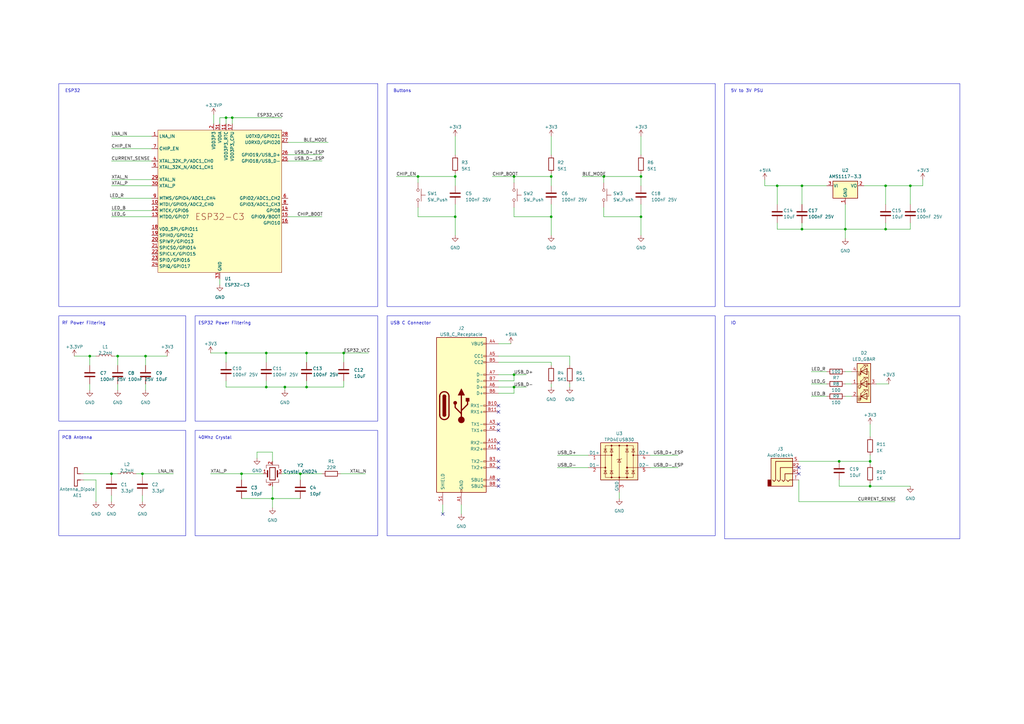
<source format=kicad_sch>
(kicad_sch (version 20230121) (generator eeschema)
  (paper "A3")
  (lib_symbols
    (symbol "Connector:AudioJack4"
      (property "Reference" "J" (at 0 8.89 0))
      (property "Value" "AudioJack4" (at 0 6.35 0))
      (symbol "AudioJack4_0_1"
        (rectangle (start -6.35 -5.08) (end -7.62 -7.62) (stroke (width 0.254)) (fill (type outline)))
        (polyline (pts (xy 0 -5.08) (xy 0.635 -5.715) (xy 1.27 -5.08) (xy 2.54 -5.08)) (stroke (width 0.254)))
        (polyline (pts (xy -5.715 -5.08) (xy -5.08 -5.715) (xy -4.445 -5.08) (xy -4.445 2.54) (xy 2.54 2.54)) (stroke (width 0.254)))
        (polyline (pts (xy -1.905 -5.08) (xy -1.27 -5.715) (xy -0.635 -5.08) (xy -0.635 -2.54) (xy 2.54 -2.54)) (stroke (width 0.254)))
        (polyline (pts (xy 2.54 0) (xy -2.54 0) (xy -2.54 -5.08) (xy -3.175 -5.715) (xy -3.81 -5.08)) (stroke (width 0.254)))
        (rectangle (start 2.54 3.81) (end -6.35 -7.62) (stroke (width 0.254)) (fill (type background)))
      )
      (symbol "AudioJack4_1_1"
        (pin passive line (at 5.08 -2.54 180) (length 2.54) (name "~") (number "R1"))
        (pin passive line (at 5.08 0 180) (length 2.54) (name "~") (number "R2"))
        (pin passive line (at 5.08 2.54 180) (length 2.54) (name "~") (number "S"))
        (pin passive line (at 5.08 -5.08 180) (length 2.54) (name "~") (number "T"))
      )
    )
    (symbol "Connector:USB_C_Receptacle" (pin_names (offset 1.016))
      (property "Reference" "J2" (at 0 31.75 0))
      (property "Value" "USB_C_Receptacle" (at 0 29.21 0))
      (symbol "USB_C_Receptacle_0_0"
        (rectangle (start -0.254 -35.56) (end 0.254 -34.544))
        (rectangle (start 10.16 -32.766) (end 9.144 -33.274))
        (rectangle (start 10.16 -30.226) (end 9.144 -30.734))
        (rectangle (start 10.16 -25.146) (end 9.144 -25.654))
        (rectangle (start 10.16 -22.606) (end 9.144 -23.114))
        (rectangle (start 10.16 -17.526) (end 9.144 -18.034))
        (rectangle (start 10.16 -14.986) (end 9.144 -15.494))
        (rectangle (start 10.16 -9.906) (end 9.144 -10.414))
        (rectangle (start 10.16 -7.366) (end 9.144 -7.874))
        (rectangle (start 10.16 -2.286) (end 9.144 -2.794))
        (rectangle (start 10.16 0.254) (end 9.144 -0.254))
        (rectangle (start 10.16 5.334) (end 9.144 4.826))
        (rectangle (start 10.16 7.874) (end 9.144 7.366))
        (rectangle (start 10.16 10.414) (end 9.144 9.906))
        (rectangle (start 10.16 12.954) (end 9.144 12.446))
        (rectangle (start 10.16 18.034) (end 9.144 17.526))
        (rectangle (start 10.16 20.574) (end 9.144 20.066))
        (rectangle (start 10.16 25.654) (end 9.144 25.146))
      )
      (symbol "USB_C_Receptacle_0_1"
        (rectangle (start -10.16 27.94) (end 10.16 -35.56) (stroke (width 0.254)) (fill (type background)))
        (arc (start -8.89 -3.81) (mid -6.985 -5.7067) (end -5.08 -3.81) (stroke (width 0.508)))
        (arc (start -7.62 -3.81) (mid -6.985 -4.4423) (end -6.35 -3.81) (stroke (width 0.254)))
        (arc (start -7.62 -3.81) (mid -6.985 -4.4423) (end -6.35 -3.81) (stroke (width 0.254)) (fill (type outline)))
        (rectangle (start -7.62 -3.81) (end -6.35 3.81) (stroke (width 0.254)) (fill (type outline)))
        (arc (start -6.35 3.81) (mid -6.985 4.4423) (end -7.62 3.81) (stroke (width 0.254)))
        (arc (start -6.35 3.81) (mid -6.985 4.4423) (end -7.62 3.81) (stroke (width 0.254)) (fill (type outline)))
        (arc (start -5.08 3.81) (mid -6.985 5.7067) (end -8.89 3.81) (stroke (width 0.508)))
        (polyline (pts (xy -8.89 -3.81) (xy -8.89 3.81)) (stroke (width 0.508)))
        (polyline (pts (xy -5.08 3.81) (xy -5.08 -3.81)) (stroke (width 0.508)))
      )
      (symbol "USB_C_Receptacle_1_1"
        (circle (center -2.54 1.143) (radius 0.635) (stroke (width 0.254)) (fill (type outline)))
        (circle (center 0 -5.842) (radius 1.27) (fill (type outline)))
        (polyline (pts (xy 0 -5.842) (xy 0 4.318)) (stroke (width 0.508)))
        (polyline (pts (xy 0 -3.302) (xy -2.54 -0.762) (xy -2.54 0.508)) (stroke (width 0.508)))
        (polyline (pts (xy 0 -2.032) (xy 2.54 0.508) (xy 2.54 1.778)) (stroke (width 0.508)))
        (polyline (pts (xy -1.27 4.318) (xy 0 6.858) (xy 1.27 4.318) (xy -1.27 4.318)) (stroke (width 0.254)) (fill (type outline)))
        (rectangle (start 1.905 1.778) (end 3.175 3.048) (stroke (width 0.254)) (fill (type outline)))
        (pin passive line (at 0 -40.64 90) (length 5.08) (name "GND") (number "A1"))
        (pin bidirectional line (at 15.24 -15.24 180) (length 5.08) (name "RX2-") (number "A10"))
        (pin bidirectional line (at 15.24 -17.78 180) (length 5.08) (name "RX2+") (number "A11"))
        (pin passive line (at 0 -40.64 90) (length 5.08) hide (name "GND") (number "A12"))
        (pin bidirectional line (at 15.24 -10.16 180) (length 5.08) (name "TX1+") (number "A2"))
        (pin bidirectional line (at 15.24 -7.62 180) (length 5.08) (name "TX1-") (number "A3"))
        (pin passive line (at 15.24 25.4 180) (length 5.08) (name "VBUS") (number "A4"))
        (pin bidirectional line (at 15.24 20.32 180) (length 5.08) (name "CC1") (number "A5"))
        (pin bidirectional line (at 15.24 7.62 180) (length 5.08) (name "D+") (number "A6"))
        (pin bidirectional line (at 15.24 12.7 180) (length 5.08) (name "D-") (number "A7"))
        (pin bidirectional line (at 15.24 -30.48 180) (length 5.08) (name "SBU1") (number "A8"))
        (pin passive line (at 15.24 25.4 180) (length 5.08) hide (name "VBUS") (number "A9"))
        (pin passive line (at 0 -40.64 90) (length 5.08) hide (name "GND") (number "B1"))
        (pin bidirectional line (at 15.24 0 180) (length 5.08) (name "RX1-") (number "B10"))
        (pin bidirectional line (at 15.24 -2.54 180) (length 5.08) (name "RX1+") (number "B11"))
        (pin passive line (at 0 -40.64 90) (length 5.08) hide (name "GND") (number "B12"))
        (pin bidirectional line (at 15.24 -25.4 180) (length 5.08) (name "TX2+") (number "B2"))
        (pin bidirectional line (at 15.24 -22.86 180) (length 5.08) (name "TX2-") (number "B3"))
        (pin passive line (at 15.24 25.4 180) (length 5.08) hide (name "VBUS") (number "B4"))
        (pin bidirectional line (at 15.24 17.78 180) (length 5.08) (name "CC2") (number "B5"))
        (pin bidirectional line (at 15.24 5.08 180) (length 5.08) (name "D+") (number "B6"))
        (pin bidirectional line (at 15.24 10.16 180) (length 5.08) (name "D-") (number "B7"))
        (pin bidirectional line (at 15.24 -33.02 180) (length 5.08) (name "SBU2") (number "B8"))
        (pin passive line (at 15.24 25.4 180) (length 5.08) hide (name "VBUS") (number "B9"))
        (pin passive line (at -7.62 -40.64 90) (length 5.08) (name "SHIELD") (number "S1"))
      )
    )
    (symbol "Device:Antenna_Dipole" (pin_numbers hide) (pin_names (offset 1.016) hide)
      (property "Reference" "AE" (at 1.27 1.27 0))
      (property "Value" "Antenna_Dipole" (at 1.27 0 0))
      (symbol "Antenna_Dipole_0_1"
        (polyline (pts (xy 2.54 -3.81) (xy 2.54 -2.54) (xy 5.08 -2.54) (xy 5.08 -1.27) (xy -2.54 -1.27) (xy -2.54 -2.54) (xy 0 -2.54) (xy 0 -3.81)) (stroke (width 0.254)))
      )
      (symbol "Antenna_Dipole_1_1"
        (pin input line (at 0 -5.08 90) (length 2.54) (name "~") (number "1"))
        (pin input line (at 2.54 -5.08 90) (length 2.54) (name "~") (number "2"))
      )
    )
    (symbol "Device:C" (pin_numbers hide) (pin_names (offset 0.254))
      (property "Reference" "C" (at 0.635 2.54 0))
      (property "Value" "C" (at 0.635 -2.54 0))
      (symbol "C_0_1"
        (polyline (pts (xy -2.032 -0.762) (xy 2.032 -0.762)) (stroke (width 0.508)))
        (polyline (pts (xy -2.032 0.762) (xy 2.032 0.762)) (stroke (width 0.508)))
      )
      (symbol "C_1_1"
        (pin passive line (at 0 3.81 270) (length 2.794) (name "~") (number "1"))
        (pin passive line (at 0 -3.81 90) (length 2.794) (name "~") (number "2"))
      )
    )
    (symbol "Device:Crystal_GND24" (pin_names (offset 1.016) hide)
      (property "Reference" "Y" (at 3.175 5.08 0))
      (property "Value" "Crystal_GND24" (at 3.175 3.175 0))
      (symbol "Crystal_GND24_0_1"
        (rectangle (start -1.143 2.54) (end 1.143 -2.54) (stroke (width 0.3048)))
        (polyline (pts (xy -2.54 0) (xy -2.032 0)))
        (polyline (pts (xy -2.032 -1.27) (xy -2.032 1.27)) (stroke (width 0.508)))
        (polyline (pts (xy 0 -3.81) (xy 0 -3.556)))
        (polyline (pts (xy 0 3.556) (xy 0 3.81)))
        (polyline (pts (xy 2.032 -1.27) (xy 2.032 1.27)) (stroke (width 0.508)))
        (polyline (pts (xy 2.032 0) (xy 2.54 0)))
        (polyline (pts (xy -2.54 -2.286) (xy -2.54 -3.556) (xy 2.54 -3.556) (xy 2.54 -2.286)))
        (polyline (pts (xy -2.54 2.286) (xy -2.54 3.556) (xy 2.54 3.556) (xy 2.54 2.286)))
      )
      (symbol "Crystal_GND24_1_1"
        (pin passive line (at -3.81 0 0) (length 1.27) (name "1") (number "1"))
        (pin passive line (at 0 5.08 270) (length 1.27) (name "2") (number "2"))
        (pin passive line (at 3.81 0 180) (length 1.27) (name "3") (number "3"))
        (pin passive line (at 0 -5.08 90) (length 1.27) (name "4") (number "4"))
      )
    )
    (symbol "Device:L" (pin_numbers hide) (pin_names (offset 1.016) hide)
      (property "Reference" "L" (at -1.27 0 90))
      (property "Value" "L" (at 1.905 0 90))
      (symbol "L_0_1"
        (arc (start 0 -2.54) (mid 0.6323 -1.905) (end 0 -1.27))
        (arc (start 0 -1.27) (mid 0.6323 -0.635) (end 0 0))
        (arc (start 0 0) (mid 0.6323 0.635) (end 0 1.27))
        (arc (start 0 1.27) (mid 0.6323 1.905) (end 0 2.54))
      )
      (symbol "L_1_1"
        (pin passive line (at 0 3.81 270) (length 1.27) (name "1") (number "1"))
        (pin passive line (at 0 -3.81 90) (length 1.27) (name "2") (number "2"))
      )
    )
    (symbol "Device:LED_GBAR" (pin_names (offset 0) hide)
      (property "Reference" "D" (at 0 9.398 0))
      (property "Value" "LED_GBAR" (at 0 -8.89 0))
      (symbol "LED_GBAR_0_0"
        (text "B" (at -1.905 -6.35 0) (effects (font (size 1.27 1.27))))
        (text "G" (at -1.905 -1.27 0) (effects (font (size 1.27 1.27))))
        (text "R" (at -1.905 3.81 0) (effects (font (size 1.27 1.27))))
      )
      (symbol "LED_GBAR_0_1"
        (polyline (pts (xy -1.27 -5.08) (xy -2.54 -5.08)))
        (polyline (pts (xy -1.27 -5.08) (xy 1.27 -5.08)))
        (polyline (pts (xy -1.27 -3.81) (xy -1.27 -6.35)) (stroke (width 0.254)))
        (polyline (pts (xy -1.27 0) (xy -2.54 0)))
        (polyline (pts (xy -1.27 1.27) (xy -1.27 -1.27)) (stroke (width 0.254)))
        (polyline (pts (xy -1.27 5.08) (xy -2.54 5.08)))
        (polyline (pts (xy -1.27 5.08) (xy 1.27 5.08)))
        (polyline (pts (xy -1.27 6.35) (xy -1.27 3.81)) (stroke (width 0.254)))
        (polyline (pts (xy 1.27 0) (xy -1.27 0)))
        (polyline (pts (xy 1.27 0) (xy 2.54 0)))
        (polyline (pts (xy -1.27 1.27) (xy -1.27 -1.27) (xy -1.27 -1.27)))
        (polyline (pts (xy -1.27 6.35) (xy -1.27 3.81) (xy -1.27 3.81)))
        (polyline (pts (xy 1.27 -5.08) (xy 2.032 -5.08) (xy 2.032 5.08) (xy 1.27 5.08)))
        (polyline (pts (xy 1.27 -3.81) (xy 1.27 -6.35) (xy -1.27 -5.08) (xy 1.27 -3.81)) (stroke (width 0.254)))
        (polyline (pts (xy 1.27 1.27) (xy 1.27 -1.27) (xy -1.27 0) (xy 1.27 1.27)) (stroke (width 0.254)))
        (polyline (pts (xy 1.27 6.35) (xy 1.27 3.81) (xy -1.27 5.08) (xy 1.27 6.35)) (stroke (width 0.254)))
        (polyline (pts (xy -1.016 -3.81) (xy 0.508 -2.286) (xy -0.254 -2.286) (xy 0.508 -2.286) (xy 0.508 -3.048)))
        (polyline (pts (xy -1.016 1.27) (xy 0.508 2.794) (xy -0.254 2.794) (xy 0.508 2.794) (xy 0.508 2.032)))
        (polyline (pts (xy -1.016 6.35) (xy 0.508 7.874) (xy -0.254 7.874) (xy 0.508 7.874) (xy 0.508 7.112)))
        (polyline (pts (xy 0 -3.81) (xy 1.524 -2.286) (xy 0.762 -2.286) (xy 1.524 -2.286) (xy 1.524 -3.048)))
        (polyline (pts (xy 0 1.27) (xy 1.524 2.794) (xy 0.762 2.794) (xy 1.524 2.794) (xy 1.524 2.032)))
        (polyline (pts (xy 0 6.35) (xy 1.524 7.874) (xy 0.762 7.874) (xy 1.524 7.874) (xy 1.524 7.112)))
        (rectangle (start 1.27 -1.27) (end 1.27 1.27))
        (rectangle (start 1.27 1.27) (end 1.27 1.27))
        (rectangle (start 1.27 3.81) (end 1.27 6.35))
        (rectangle (start 1.27 6.35) (end 1.27 6.35))
        (circle (center 2.032 0) (radius 0.254) (fill (type outline)))
        (rectangle (start 2.794 8.382) (end -2.794 -7.62) (stroke (width 0.254)) (fill (type background)))
      )
      (symbol "LED_GBAR_1_1"
        (pin passive line (at -5.08 0 0) (length 2.54) (name "GK") (number "1"))
        (pin passive line (at -5.08 -5.08 0) (length 2.54) (name "BK") (number "2"))
        (pin passive line (at 5.08 0 180) (length 2.54) (name "A") (number "3"))
        (pin passive line (at -5.08 5.08 0) (length 2.54) (name "RK") (number "4"))
      )
    )
    (symbol "Device:R" (pin_numbers hide) (pin_names (offset 0))
      (property "Reference" "R" (at 2.032 0 90))
      (property "Value" "R" (at 0 0 90))
      (symbol "R_0_1"
        (rectangle (start -1.016 -2.54) (end 1.016 2.54) (stroke (width 0.254)))
      )
      (symbol "R_1_1"
        (pin passive line (at 0 3.81 270) (length 1.27) (name "~") (number "1"))
        (pin passive line (at 0 -3.81 90) (length 1.27) (name "~") (number "2"))
      )
    )
    (symbol "Espressif_github:ESP32-C3"
      (property "Reference" "U" (at -25.4 35.56 0))
      (property "Value" "ESP32-C3" (at -25.4 33.02 0))
      (symbol "ESP32-C3_0_0"
        (text "ESP32-C3" (at 0 -5.08 0) (effects (font (size 2.54 2.54))))
        (pin bidirectional line (at -27.94 27.94 0) (length 2.54) (name "LNA_IN") (number "1"))
        (pin bidirectional line (at -27.94 0 0) (length 2.54) (name "MTDI/GPIO5/ADC2_CH0") (number "10"))
        (pin power_in line (at 2.54 33.02 270) (length 2.54) (name "VDD3P3_RTC") (number "11"))
        (pin bidirectional line (at -27.94 -2.54 0) (length 2.54) (name "MTCK/GPIO6") (number "12"))
        (pin bidirectional line (at -27.94 -5.08 0) (length 2.54) (name "MTDO/GPIO7") (number "13"))
        (pin bidirectional line (at 27.94 -2.54 180) (length 2.54) (name "GPIO8") (number "14"))
        (pin bidirectional line (at 27.94 -5.08 180) (length 2.54) (name "GPIO9/BOOT") (number "15"))
        (pin bidirectional line (at 27.94 -7.62 180) (length 2.54) (name "GPIO10") (number "16"))
        (pin power_in line (at 5.08 33.02 270) (length 2.54) (name "VDD3P3_CPU") (number "17"))
        (pin bidirectional line (at -27.94 -10.16 0) (length 2.54) (name "VDD_SPI/GPIO11") (number "18"))
        (pin bidirectional line (at -27.94 -12.7 0) (length 2.54) (name "SPIHD/GPIO12") (number "19"))
        (pin power_in line (at -2.54 33.02 270) (length 2.54) (name "VDD3P3") (number "2"))
        (pin bidirectional line (at -27.94 -15.24 0) (length 2.54) (name "SPIWP/GPIO13") (number "20"))
        (pin bidirectional line (at -27.94 -17.78 0) (length 2.54) (name "SPICS0/GPIO14") (number "21"))
        (pin bidirectional line (at -27.94 -20.32 0) (length 2.54) (name "SPICLK/GPIO15") (number "22"))
        (pin bidirectional line (at -27.94 -22.86 0) (length 2.54) (name "SPID/GPIO16") (number "23"))
        (pin bidirectional line (at -27.94 -25.4 0) (length 2.54) (name "SPIQ/GPIO17") (number "24"))
        (pin bidirectional line (at 27.94 17.78 180) (length 2.54) (name "GPIO18/USB_D-") (number "25"))
        (pin bidirectional line (at 27.94 20.32 180) (length 2.54) (name "GPIO19/USB_D+") (number "26"))
        (pin bidirectional line (at 27.94 25.4 180) (length 2.54) (name "U0RXD/GPIO20") (number "27"))
        (pin bidirectional line (at 27.94 27.94 180) (length 2.54) (name "U0TXD/GPIO21") (number "28"))
        (pin output line (at -27.94 10.16 0) (length 2.54) (name "XTAL_N") (number "29"))
        (pin input line (at -27.94 7.62 0) (length 2.54) (name "XTAL_P") (number "30"))
        (pin power_in line (at 0 33.02 270) (length 2.54) (name "VDDA") (number "31"))
        (pin power_in line (at 0 -30.48 90) (length 2.54) (name "GND") (number "33"))
        (pin output line (at -27.94 17.78 0) (length 2.54) (name "XTAL_32K_P/ADC1_CH0") (number "4"))
        (pin input line (at -27.94 15.24 0) (length 2.54) (name "XTAL_32K_N/ADC1_CH1") (number "5"))
        (pin bidirectional line (at 27.94 2.54 180) (length 2.54) (name "GPIO2/ADC1_CH2") (number "6"))
        (pin input line (at -27.94 22.86 0) (length 2.54) (name "CHIP_EN") (number "7"))
        (pin bidirectional line (at 27.94 0 180) (length 2.54) (name "GPIO3/ADC1_CH3") (number "8"))
        (pin bidirectional line (at -27.94 2.54 0) (length 2.54) (name "MTMS/GPIO4/ADC1_CH4") (number "9"))
      )
      (symbol "ESP32-C3_0_1"
        (rectangle (start -25.4 30.48) (end 25.4 -27.94) (fill (type background)))
        (pin passive line (at -2.54 33.02 270) (length 2.54) hide (name "VDD3P3") (number "3"))
        (pin passive line (at 0 33.02 270) (length 2.54) hide (name "VDDA") (number "32"))
      )
    )
    (symbol "Power_Protection:TPD4EUSB30" (pin_names (offset 0))
      (property "Reference" "U" (at -0.635 8.89 0))
      (property "Value" "TPD4EUSB30" (at 8.89 -10.16 0))
      (symbol "TPD4EUSB30_0_0"
        (rectangle (start -5.715 6.477) (end 5.715 -6.604))
        (polyline (pts (xy -3.175 -6.604) (xy -3.175 6.477)))
        (polyline (pts (xy 0 6.477) (xy 0 -6.604)))
        (polyline (pts (xy 3.175 6.477) (xy 3.175 -6.604)))
      )
      (symbol "TPD4EUSB30_0_1"
        (rectangle (start -7.62 7.62) (end 7.62 -7.62) (stroke (width 0.254)) (fill (type background)))
        (circle (center -5.715 -2.54) (radius 0.2794) (fill (type outline)))
        (circle (center -3.175 -6.604) (radius 0.2794) (fill (type outline)))
        (circle (center -3.175 2.54) (radius 0.2794) (fill (type outline)))
        (circle (center -3.175 6.477) (radius 0.2794) (fill (type outline)))
        (circle (center 0 -6.604) (radius 0.2794) (fill (type outline)))
        (polyline (pts (xy -7.747 2.54) (xy -3.175 2.54)))
        (polyline (pts (xy -7.62 -2.54) (xy -5.715 -2.54)))
        (polyline (pts (xy -5.08 -3.81) (xy -6.35 -3.81)))
        (polyline (pts (xy -5.08 5.08) (xy -6.35 5.08)))
        (polyline (pts (xy -2.54 -3.81) (xy -3.81 -3.81)))
        (polyline (pts (xy -2.54 5.08) (xy -3.81 5.08)))
        (polyline (pts (xy -0.635 0.889) (xy -1.016 0.635)))
        (polyline (pts (xy 0 -6.604) (xy 0 -7.62)))
        (polyline (pts (xy 0.635 0.889) (xy -0.635 0.889)))
        (polyline (pts (xy 0.635 0.889) (xy 1.016 1.143)))
        (polyline (pts (xy 3.81 -3.81) (xy 2.54 -3.81)))
        (polyline (pts (xy 3.81 5.08) (xy 2.54 5.08)))
        (polyline (pts (xy 6.35 -3.81) (xy 5.08 -3.81)))
        (polyline (pts (xy 6.35 5.08) (xy 5.08 5.08)))
        (polyline (pts (xy 7.62 -2.54) (xy 3.175 -2.54)))
        (polyline (pts (xy 7.62 2.54) (xy 5.715 2.54)))
        (polyline (pts (xy -5.08 -5.08) (xy -6.35 -5.08) (xy -5.715 -3.81) (xy -5.08 -5.08)))
        (polyline (pts (xy -5.08 3.81) (xy -6.35 3.81) (xy -5.715 5.08) (xy -5.08 3.81)))
        (polyline (pts (xy -2.54 -5.08) (xy -3.81 -5.08) (xy -3.175 -3.81) (xy -2.54 -5.08)))
        (polyline (pts (xy -2.54 3.81) (xy -3.81 3.81) (xy -3.175 5.08) (xy -2.54 3.81)))
        (polyline (pts (xy 0.635 -0.381) (xy -0.635 -0.381) (xy 0 0.889) (xy 0.635 -0.381)))
        (polyline (pts (xy 3.81 -5.08) (xy 2.54 -5.08) (xy 3.175 -3.81) (xy 3.81 -5.08)))
        (polyline (pts (xy 3.81 3.81) (xy 2.54 3.81) (xy 3.175 5.08) (xy 3.81 3.81)))
        (polyline (pts (xy 6.35 -5.08) (xy 5.08 -5.08) (xy 5.715 -3.81) (xy 6.35 -5.08)))
        (polyline (pts (xy 6.35 3.81) (xy 5.08 3.81) (xy 5.715 5.08) (xy 6.35 3.81)))
        (circle (center 0 6.477) (radius 0.2794) (fill (type outline)))
        (circle (center 3.175 -6.604) (radius 0.2794) (fill (type outline)))
        (circle (center 3.175 -2.54) (radius 0.2794) (fill (type outline)))
        (circle (center 3.175 6.477) (radius 0.2794) (fill (type outline)))
        (circle (center 5.715 2.54) (radius 0.2794) (fill (type outline)))
      )
      (symbol "TPD4EUSB30_1_1"
        (pin passive line (at -12.7 2.54 0) (length 5.08) (name "D1+") (number "1"))
        (pin no_connect line (at -5.08 7.62 0) (length 5.08) hide (name "NC") (number "10"))
        (pin passive line (at -12.7 -2.54 0) (length 5.08) (name "D1-") (number "2"))
        (pin power_in line (at 0 -12.7 90) (length 5.08) (name "GND") (number "3"))
        (pin passive line (at 12.7 2.54 180) (length 5.08) (name "D2+") (number "4"))
        (pin passive line (at 12.7 -2.54 180) (length 5.08) (name "D2-") (number "5"))
        (pin no_connect line (at 5.08 -7.62 180) (length 5.08) hide (name "NC") (number "6"))
        (pin no_connect line (at 5.08 7.62 180) (length 5.08) hide (name "NC") (number "7"))
        (pin passive line (at 0 -12.7 90) (length 5.08) hide (name "GND") (number "8"))
        (pin no_connect line (at -5.08 -7.62 0) (length 5.08) hide (name "NC") (number "9"))
      )
    )
    (symbol "Regulator_Linear:AMS1117-3.3" (pin_names (offset 0.254))
      (property "Reference" "U" (at -3.81 3.175 0))
      (property "Value" "AMS1117-3.3" (at 0 3.175 0))
      (symbol "AMS1117-3.3_0_1"
        (rectangle (start -5.08 -5.08) (end 5.08 1.905) (stroke (width 0.254)) (fill (type background)))
      )
      (symbol "AMS1117-3.3_1_1"
        (pin power_in line (at 0 -7.62 90) (length 2.54) (name "GND") (number "1"))
        (pin power_out line (at 7.62 0 180) (length 2.54) (name "VO") (number "2"))
        (pin power_in line (at -7.62 0 0) (length 2.54) (name "VI") (number "3"))
      )
    )
    (symbol "Switch:SW_Push" (pin_numbers hide) (pin_names (offset 1.016) hide)
      (property "Reference" "SW" (at 1.27 2.54 0))
      (property "Value" "SW_Push" (at 0 -1.524 0))
      (symbol "SW_Push_0_1"
        (circle (center -2.032 0) (radius 0.508))
        (polyline (pts (xy 0 1.27) (xy 0 3.048)))
        (polyline (pts (xy 2.54 1.27) (xy -2.54 1.27)))
        (circle (center 2.032 0) (radius 0.508))
        (pin passive line (at -5.08 0 0) (length 2.54) (name "1") (number "1"))
        (pin passive line (at 5.08 0 180) (length 2.54) (name "2") (number "2"))
      )
    )
    (symbol "power:+3.3V" (power) (pin_names (offset 0))
      (property "Value" "+3.3V" (at 0 3.556 0))
      (symbol "+3.3V_0_1"
        (polyline (pts (xy -0.762 1.27) (xy 0 2.54)))
        (polyline (pts (xy 0 0) (xy 0 2.54)))
        (polyline (pts (xy 0 2.54) (xy 0.762 1.27)))
      )
      (symbol "+3.3V_1_1"
        (pin power_in line (at 0 0 90) (length 0) hide (name "+3V3") (number "1"))
      )
    )
    (symbol "power:+3.3VP" (power) (pin_names (offset 0))
      (property "Value" "+3.3VP" (at 0 2.54 0))
      (symbol "+3.3VP_0_0"
        (pin power_in line (at 0 0 90) (length 0) hide (name "+3.3VP") (number "1"))
      )
      (symbol "+3.3VP_0_1"
        (polyline (pts (xy -0.762 1.27) (xy 0 2.54)))
        (polyline (pts (xy 0 0) (xy 0 2.54)))
        (polyline (pts (xy 0 2.54) (xy 0.762 1.27)))
      )
    )
    (symbol "power:+5VA" (power) (pin_names (offset 0))
      (property "Value" "+5VA" (at 0 3.556 0))
      (symbol "+5VA_0_1"
        (polyline (pts (xy -0.762 1.27) (xy 0 2.54)))
        (polyline (pts (xy 0 0) (xy 0 2.54)))
        (polyline (pts (xy 0 2.54) (xy 0.762 1.27)))
      )
      (symbol "+5VA_1_1"
        (pin power_in line (at 0 0 90) (length 0) hide (name "+5VA") (number "1"))
      )
    )
    (symbol "power:GND" (power) (pin_names (offset 0))
      (property "Value" "GND" (at 0 -3.81 0))
      (symbol "GND_0_1"
        (polyline (pts (xy 0 0) (xy 0 -1.27) (xy 1.27 -1.27) (xy 0 -2.54) (xy -1.27 -1.27) (xy 0 -1.27)))
      )
      (symbol "GND_1_1"
        (pin power_in line (at 0 0 270) (length 0) hide (name "GND") (number "1"))
      )
    )
  )
  (junction (at 58.42 194.31))
  (junction (at 109.22 158.75))
  (junction (at 116.84 158.75))
  (junction (at 262.89 88.9))
  (junction (at 125.73 144.78))
  (junction (at 328.93 93.98))
  (junction (at 92.71 144.78))
  (junction (at 210.82 158.75))
  (junction (at 45.72 194.31))
  (junction (at 95.25 48.26))
  (junction (at 247.65 72.39))
  (junction (at 111.76 204.47))
  (junction (at 109.22 144.78))
  (junction (at 92.71 48.26))
  (junction (at 226.06 88.9))
  (junction (at 363.22 93.98))
  (junction (at 210.82 72.39))
  (junction (at 373.38 76.2))
  (junction (at 36.83 146.05))
  (junction (at 186.69 72.39))
  (junction (at 125.73 158.75))
  (junction (at 210.82 153.67))
  (junction (at 186.69 88.9))
  (junction (at 262.89 72.39))
  (junction (at 140.97 144.78))
  (junction (at 344.17 189.23))
  (junction (at 318.77 76.2))
  (junction (at 356.87 189.23))
  (junction (at 48.26 146.05))
  (junction (at 363.22 76.2))
  (junction (at 123.19 194.31))
  (junction (at 59.69 146.05))
  (junction (at 171.45 72.39))
  (junction (at 99.06 194.31))
  (junction (at 328.93 76.2))
  (junction (at 226.06 72.39))
  (junction (at 346.71 93.98))
  (junction (at 356.87 199.39))
  (no_connect (at 204.47 173.99))
  (no_connect (at 204.47 166.37))
  (no_connect (at 204.47 189.23))
  (no_connect (at 204.47 181.61))
  (no_connect (at 204.47 191.77))
  (no_connect (at 204.47 176.53))
  (no_connect (at 327.66 191.77))
  (no_connect (at 181.61 210.82))
  (no_connect (at 204.47 168.91))
  (no_connect (at 204.47 199.39))
  (no_connect (at 204.47 184.15))
  (no_connect (at 204.47 196.85))
  (no_connect (at 327.66 194.31))
  (wire (pts (xy 140.97 144.78) (xy 151.13 144.78)))
  (wire (pts (xy 116.84 158.75) (xy 116.84 160.02)))
  (wire (pts (xy 111.76 204.47) (xy 111.76 208.28)))
  (wire (pts (xy 118.11 63.5) (xy 132.08 63.5)))
  (wire (pts (xy 99.06 204.47) (xy 111.76 204.47)))
  (wire (pts (xy 247.65 72.39) (xy 262.89 72.39)))
  (wire (pts (xy 45.72 55.88) (xy 62.23 55.88)))
  (wire (pts (xy 328.93 91.44) (xy 328.93 93.98)))
  (wire (pts (xy 48.26 157.48) (xy 48.26 160.02)))
  (wire (pts (xy 346.71 157.48) (xy 349.25 157.48)))
  (wire (pts (xy 373.38 91.44) (xy 373.38 93.98)))
  (wire (pts (xy 162.56 72.39) (xy 171.45 72.39)))
  (wire (pts (xy 86.36 144.78) (xy 92.71 144.78)))
  (wire (pts (xy 204.47 140.97) (xy 209.55 140.97)))
  (wire (pts (xy 201.93 72.39) (xy 210.82 72.39)))
  (wire (pts (xy 90.17 114.3) (xy 90.17 116.84)))
  (wire (pts (xy 118.11 66.04) (xy 132.08 66.04)))
  (wire (pts (xy 186.69 71.12) (xy 186.69 72.39)))
  (wire (pts (xy 262.89 55.88) (xy 262.89 63.5)))
  (wire (pts (xy 313.69 73.66) (xy 313.69 76.2)))
  (wire (pts (xy 186.69 83.82) (xy 186.69 88.9)))
  (wire (pts (xy 123.19 194.31) (xy 132.08 194.31)))
  (wire (pts (xy 186.69 55.88) (xy 186.69 63.5)))
  (wire (pts (xy 204.47 158.75) (xy 210.82 158.75)))
  (wire (pts (xy 344.17 189.23) (xy 356.87 189.23)))
  (wire (pts (xy 210.82 74.93) (xy 210.82 72.39)))
  (wire (pts (xy 327.66 205.74) (xy 327.66 196.85)))
  (wire (pts (xy 90.17 48.26) (xy 92.71 48.26)))
  (wire (pts (xy 118.11 88.9) (xy 132.08 88.9)))
  (wire (pts (xy 238.76 72.39) (xy 247.65 72.39)))
  (wire (pts (xy 109.22 144.78) (xy 125.73 144.78)))
  (wire (pts (xy 332.74 152.4) (xy 339.09 152.4)))
  (wire (pts (xy 46.99 146.05) (xy 48.26 146.05)))
  (wire (pts (xy 254 201.93) (xy 254 204.47)))
  (wire (pts (xy 210.82 88.9) (xy 226.06 88.9)))
  (wire (pts (xy 140.97 144.78) (xy 140.97 148.59)))
  (wire (pts (xy 262.89 71.12) (xy 262.89 72.39)))
  (wire (pts (xy 327.66 189.23) (xy 344.17 189.23)))
  (wire (pts (xy 344.17 199.39) (xy 344.17 196.85)))
  (wire (pts (xy 346.71 162.56) (xy 349.25 162.56)))
  (wire (pts (xy 95.25 48.26) (xy 95.25 50.8)))
  (wire (pts (xy 45.72 66.04) (xy 62.23 66.04)))
  (wire (pts (xy 189.23 207.01) (xy 189.23 210.82)))
  (wire (pts (xy 228.6 186.69) (xy 241.3 186.69)))
  (wire (pts (xy 58.42 203.2) (xy 58.42 205.74)))
  (wire (pts (xy 327.66 205.74) (xy 367.03 205.74)))
  (wire (pts (xy 346.71 83.82) (xy 346.71 93.98)))
  (wire (pts (xy 45.72 88.9) (xy 62.23 88.9)))
  (wire (pts (xy 356.87 198.12) (xy 356.87 199.39)))
  (wire (pts (xy 226.06 157.48) (xy 226.06 158.75)))
  (wire (pts (xy 359.41 157.48) (xy 364.49 157.48)))
  (wire (pts (xy 125.73 156.21) (xy 125.73 158.75)))
  (wire (pts (xy 356.87 199.39) (xy 373.38 199.39)))
  (wire (pts (xy 45.72 86.36) (xy 62.23 86.36)))
  (wire (pts (xy 39.37 196.85) (xy 39.37 205.74)))
  (wire (pts (xy 111.76 185.42) (xy 105.41 185.42)))
  (wire (pts (xy 186.69 72.39) (xy 186.69 76.2)))
  (wire (pts (xy 139.7 194.31) (xy 149.86 194.31)))
  (wire (pts (xy 363.22 76.2) (xy 373.38 76.2)))
  (wire (pts (xy 233.68 157.48) (xy 233.68 158.75)))
  (wire (pts (xy 48.26 146.05) (xy 59.69 146.05)))
  (wire (pts (xy 45.72 60.96) (xy 62.23 60.96)))
  (wire (pts (xy 116.84 158.75) (xy 125.73 158.75)))
  (wire (pts (xy 262.89 88.9) (xy 262.89 96.52)))
  (wire (pts (xy 233.68 146.05) (xy 233.68 149.86)))
  (wire (pts (xy 356.87 173.99) (xy 356.87 179.07)))
  (wire (pts (xy 318.77 93.98) (xy 328.93 93.98)))
  (wire (pts (xy 125.73 144.78) (xy 125.73 148.59)))
  (wire (pts (xy 363.22 93.98) (xy 346.71 93.98)))
  (wire (pts (xy 36.83 146.05) (xy 36.83 149.86)))
  (wire (pts (xy 48.26 146.05) (xy 48.26 149.86)))
  (wire (pts (xy 363.22 91.44) (xy 363.22 93.98)))
  (wire (pts (xy 210.82 72.39) (xy 226.06 72.39)))
  (wire (pts (xy 247.65 85.09) (xy 247.65 88.9)))
  (wire (pts (xy 210.82 85.09) (xy 210.82 88.9)))
  (wire (pts (xy 354.33 76.2) (xy 363.22 76.2)))
  (wire (pts (xy 318.77 76.2) (xy 313.69 76.2)))
  (wire (pts (xy 210.82 161.29) (xy 210.82 158.75)))
  (wire (pts (xy 171.45 85.09) (xy 171.45 88.9)))
  (wire (pts (xy 328.93 93.98) (xy 346.71 93.98)))
  (wire (pts (xy 111.76 199.39) (xy 111.76 204.47)))
  (wire (pts (xy 118.11 58.42) (xy 134.62 58.42)))
  (wire (pts (xy 105.41 185.42) (xy 105.41 187.96)))
  (wire (pts (xy 92.71 48.26) (xy 92.71 50.8)))
  (wire (pts (xy 59.69 146.05) (xy 59.69 149.86)))
  (wire (pts (xy 226.06 55.88) (xy 226.06 63.5)))
  (wire (pts (xy 171.45 74.93) (xy 171.45 72.39)))
  (wire (pts (xy 55.88 194.31) (xy 58.42 194.31)))
  (wire (pts (xy 210.82 153.67) (xy 210.82 156.21)))
  (wire (pts (xy 266.7 191.77) (xy 278.13 191.77)))
  (wire (pts (xy 332.74 157.48) (xy 339.09 157.48)))
  (wire (pts (xy 373.38 76.2) (xy 373.38 83.82)))
  (wire (pts (xy 356.87 190.5) (xy 356.87 189.23)))
  (wire (pts (xy 328.93 76.2) (xy 328.93 83.82)))
  (wire (pts (xy 92.71 158.75) (xy 109.22 158.75)))
  (wire (pts (xy 171.45 88.9) (xy 186.69 88.9)))
  (wire (pts (xy 86.36 194.31) (xy 99.06 194.31)))
  (wire (pts (xy 95.25 48.26) (xy 115.57 48.26)))
  (wire (pts (xy 92.71 144.78) (xy 92.71 148.59)))
  (wire (pts (xy 210.82 153.67) (xy 215.9 153.67)))
  (wire (pts (xy 204.47 161.29) (xy 210.82 161.29)))
  (wire (pts (xy 59.69 146.05) (xy 68.58 146.05)))
  (wire (pts (xy 111.76 189.23) (xy 111.76 185.42)))
  (wire (pts (xy 247.65 88.9) (xy 262.89 88.9)))
  (wire (pts (xy 90.17 50.8) (xy 90.17 48.26)))
  (wire (pts (xy 247.65 74.93) (xy 247.65 72.39)))
  (wire (pts (xy 59.69 157.48) (xy 59.69 160.02)))
  (wire (pts (xy 58.42 194.31) (xy 58.42 195.58)))
  (wire (pts (xy 58.42 194.31) (xy 71.12 194.31)))
  (wire (pts (xy 171.45 72.39) (xy 186.69 72.39)))
  (wire (pts (xy 344.17 199.39) (xy 356.87 199.39)))
  (wire (pts (xy 45.72 81.28) (xy 62.23 81.28)))
  (wire (pts (xy 115.57 194.31) (xy 123.19 194.31)))
  (wire (pts (xy 109.22 158.75) (xy 116.84 158.75)))
  (wire (pts (xy 123.19 194.31) (xy 123.19 196.85)))
  (wire (pts (xy 186.69 88.9) (xy 186.69 96.52)))
  (wire (pts (xy 125.73 158.75) (xy 140.97 158.75)))
  (wire (pts (xy 363.22 93.98) (xy 373.38 93.98)))
  (wire (pts (xy 36.83 157.48) (xy 36.83 160.02)))
  (wire (pts (xy 109.22 144.78) (xy 109.22 148.59)))
  (wire (pts (xy 92.71 156.21) (xy 92.71 158.75)))
  (wire (pts (xy 87.63 46.99) (xy 87.63 50.8)))
  (wire (pts (xy 34.29 196.85) (xy 39.37 196.85)))
  (wire (pts (xy 210.82 158.75) (xy 215.9 158.75)))
  (wire (pts (xy 262.89 72.39) (xy 262.89 76.2)))
  (wire (pts (xy 339.09 76.2) (xy 328.93 76.2)))
  (wire (pts (xy 226.06 71.12) (xy 226.06 72.39)))
  (wire (pts (xy 140.97 156.21) (xy 140.97 158.75)))
  (wire (pts (xy 346.71 93.98) (xy 346.71 97.79)))
  (wire (pts (xy 262.89 83.82) (xy 262.89 88.9)))
  (wire (pts (xy 373.38 76.2) (xy 378.46 76.2)))
  (wire (pts (xy 34.29 194.31) (xy 45.72 194.31)))
  (wire (pts (xy 92.71 48.26) (xy 95.25 48.26)))
  (wire (pts (xy 204.47 146.05) (xy 233.68 146.05)))
  (wire (pts (xy 226.06 148.59) (xy 226.06 149.86)))
  (wire (pts (xy 226.06 72.39) (xy 226.06 76.2)))
  (wire (pts (xy 125.73 144.78) (xy 140.97 144.78)))
  (wire (pts (xy 181.61 207.01) (xy 181.61 210.82)))
  (wire (pts (xy 45.72 76.2) (xy 62.23 76.2)))
  (wire (pts (xy 356.87 186.69) (xy 356.87 189.23)))
  (wire (pts (xy 204.47 148.59) (xy 226.06 148.59)))
  (wire (pts (xy 318.77 91.44) (xy 318.77 93.98)))
  (wire (pts (xy 204.47 153.67) (xy 210.82 153.67)))
  (wire (pts (xy 266.7 186.69) (xy 278.13 186.69)))
  (wire (pts (xy 228.6 191.77) (xy 241.3 191.77)))
  (wire (pts (xy 204.47 156.21) (xy 210.82 156.21)))
  (wire (pts (xy 111.76 204.47) (xy 123.19 204.47)))
  (wire (pts (xy 332.74 162.56) (xy 339.09 162.56)))
  (wire (pts (xy 45.72 203.2) (xy 45.72 205.74)))
  (wire (pts (xy 226.06 83.82) (xy 226.06 88.9)))
  (wire (pts (xy 45.72 73.66) (xy 62.23 73.66)))
  (wire (pts (xy 36.83 146.05) (xy 39.37 146.05)))
  (wire (pts (xy 363.22 76.2) (xy 363.22 83.82)))
  (wire (pts (xy 328.93 76.2) (xy 318.77 76.2)))
  (wire (pts (xy 99.06 194.31) (xy 99.06 196.85)))
  (wire (pts (xy 30.48 146.05) (xy 36.83 146.05)))
  (wire (pts (xy 45.72 194.31) (xy 48.26 194.31)))
  (wire (pts (xy 226.06 88.9) (xy 226.06 96.52)))
  (wire (pts (xy 109.22 156.21) (xy 109.22 158.75)))
  (wire (pts (xy 346.71 152.4) (xy 349.25 152.4)))
  (wire (pts (xy 318.77 76.2) (xy 318.77 83.82)))
  (wire (pts (xy 92.71 144.78) (xy 109.22 144.78)))
  (wire (pts (xy 45.72 194.31) (xy 45.72 195.58)))
  (wire (pts (xy 99.06 194.31) (xy 107.95 194.31)))
  (wire (pts (xy 378.46 73.66) (xy 378.46 76.2)))
  (rectangle (start 297.18 129.54) (end 393.7 220.98))
  (rectangle (start 24.13 129.54) (end 76.2 172.72))
  (rectangle (start 80.01 176.53) (end 154.94 219.71))
  (rectangle (start 158.75 34.29) (end 293.37 125.73))
  (rectangle (start 80.01 129.54) (end 154.94 172.72))
  (rectangle (start 24.13 34.29) (end 154.94 125.73))
  (rectangle (start 297.18 34.29) (end 393.7 125.73))
  (rectangle (start 24.13 176.53) (end 76.2 219.71))
  (rectangle (start 158.75 129.54) (end 293.37 219.71))
  (text "Buttons" (at 161.29 38.1 0) (effects (font (size 1.27 1.27)) (justify left bottom)))
  (text "5V to 3V PSU" (at 299.72 38.1 0) (effects (font (size 1.27 1.27)) (justify left bottom)))
  (text "PCB Antenna" (at 25.4 180.34 0) (effects (font (size 1.27 1.27)) (justify left bottom)))
  (text "40Mhz Crystal" (at 81.28 180.34 0) (effects (font (size 1.27 1.27)) (justify left bottom)))
  (text "USB C Connector" (at 160.02 133.35 0) (effects (font (size 1.27 1.27)) (justify left bottom)))
  (text "RF Power Filtering" (at 25.4 133.35 0) (effects (font (size 1.27 1.27)) (justify left bottom)))
  (text "IO" (at 299.72 133.35 0) (effects (font (size 1.27 1.27)) (justify left bottom)))
  (text "ESP32" (at 26.67 38.1 0) (effects (font (size 1.27 1.27)) (justify left bottom)))
  (text "ESP32 Power Filtering" (at 81.28 133.35 0) (effects (font (size 1.27 1.27)) (justify left bottom)))
  (label "CHIP_BOOT" (at 201.93 72.39 0))
  (label "CURRENT_SENSE" (at 351.79 205.74 0))
  (label "USB_D+" (at 228.6 186.69 0))
  (label "CHIP_EN" (at 162.56 72.39 0))
  (label "LNA_IN" (at 45.72 55.88 0))
  (label "CURRENT_SENSE" (at 45.72 66.04 0))
  (label "USB_D+_ESP" (at 267.97 186.69 0))
  (label "LED_R" (at 332.74 152.4 0))
  (label "USB_D+_ESP" (at 120.65 63.5 0))
  (label "USB_D-" (at 210.82 158.75 0))
  (label "XTAL_P" (at 45.72 76.2 0))
  (label "LNA_IN" (at 64.77 194.31 0))
  (label "ESP32_VCC" (at 105.41 48.26 0))
  (label "ESP32_VCC" (at 140.97 144.78 0))
  (label "LED_G" (at 45.72 88.9 0))
  (label "LED_G" (at 332.74 157.48 0))
  (label "USB_D-_ESP" (at 267.97 191.77 0))
  (label "USB_D+" (at 210.82 153.67 0))
  (label "LED_R" (at 50.8 81.28 180))
  (label "USB_D-" (at 228.6 191.77 0))
  (label "XTAL_N" (at 143.51 194.31 0))
  (label "XTAL_N" (at 45.72 73.66 0))
  (label "CHIP_EN" (at 45.72 60.96 0))
  (label "BLE_MODE" (at 124.46 58.42 0))
  (label "BLE_MODE" (at 238.76 72.39 0))
  (label "CHIP_BOOT" (at 121.92 88.9 0))
  (label "LED_B" (at 45.72 86.36 0))
  (label "USB_D-_ESP" (at 120.65 66.04 0))
  (label "XTAL_P" (at 86.36 194.31 0))
  (label "LED_B" (at 332.74 162.56 0))
  (symbol (lib_id "Device:R") (at 226.06 153.67 0) (unit 1)
    (property "Reference" "R4" (at 228.6 153.035 0) (effects (justify left)))
    (property "Value" "5K1" (at 228.6 155.575 0) (effects (justify left)))
    (property "Footprint" "Resistor_SMD:R_0603_1608Metric" (effects hide))
    (property "LCSC" "C269696" (effects hide))
    (property "Price (USD)" "0.0022" (effects hide))
  )
  (symbol (lib_id "power:GND") (at 36.83 160.02 0) (unit 1)
    (property "Reference" "#PWR017" (effects hide))
    (property "Value" "GND" (at 36.83 165.1 0))
  )
  (symbol (lib_id "Device:C") (at 226.06 80.01 0) (unit 1)
    (property "Reference" "C6" (at 230.2464 79.375 0) (effects (justify left)))
    (property "Value" "100nF 25V" (at 230.2464 81.915 0) (effects (justify left)))
    (property "Footprint" "Capacitor_SMD:C_0603_1608Metric" (effects hide))
    (property "LCSC" "C2857981" (effects hide))
    (property "Price (USD)" "0.004" (effects hide))
  )
  (symbol (lib_id "Switch:SW_Push") (at 171.45 80.01 270) (unit 1)
    (property "Reference" "SW1" (at 175.26 79.375 90) (effects (justify left)))
    (property "Value" "SW_Push" (at 175.26 81.915 90) (effects (justify left)))
    (property "Footprint" "Button_Switch_SMD:SW_Push_SPST_NO_Alps_SKRK" (effects hide))
    (property "LCSC" "C495942" (effects hide))
    (property "Price (USD)" "0.3165" (effects hide))
  )
  (symbol (lib_id "Device:C") (at 92.71 152.4 0) (unit 1)
    (property "Reference" "C10" (at 95.25 151.13 0) (effects (justify left)))
    (property "Value" "100nF 25V" (at 95.25 153.67 0) (effects (justify left)))
    (property "Footprint" "Capacitor_SMD:C_0603_1608Metric" (effects hide))
    (property "LCSC" "C2857981" (effects hide))
    (property "Price (USD)" "0.004" (effects hide))
  )
  (symbol (lib_id "Device:R") (at 226.06 67.31 0) (unit 1)
    (property "Reference" "R2" (at 228.6 66.675 0) (effects (justify left)))
    (property "Value" "5K1" (at 228.6 69.215 0) (effects (justify left)))
    (property "Footprint" "Resistor_SMD:R_0603_1608Metric" (effects hide))
    (property "LCSC" "C269696" (effects hide))
    (property "Price (USD)" "0.0022" (effects hide))
  )
  (symbol (lib_id "power:+3.3VP") (at 30.48 146.05 0) (unit 1)
    (property "Reference" "#PWR015" (effects hide))
    (property "Value" "+3.3VP" (at 30.48 142.24 0))
  )
  (symbol (lib_id "Device:C") (at 262.89 80.01 0) (unit 1)
    (property "Reference" "C18" (at 267.0764 79.375 0) (effects (justify left)))
    (property "Value" "100nF 25V" (at 267.0764 81.915 0) (effects (justify left)))
    (property "Footprint" "Capacitor_SMD:C_0603_1608Metric" (effects hide))
    (property "LCSC" "C2857981" (effects hide))
    (property "Price (USD)" "0.004" (effects hide))
  )
  (symbol (lib_id "Device:R") (at 356.87 182.88 0) (unit 1)
    (property "Reference" "R11" (at 359.41 182.245 0) (effects (justify left)))
    (property "Value" "1K" (at 359.41 184.785 0) (effects (justify left)))
    (property "Footprint" "Resistor_SMD:R_0603_1608Metric" (effects hide))
    (property "LCSC" "C21190" (effects hide))
    (property "Price (USD)" "0.0006" (effects hide))
  )
  (symbol (lib_id "Regulator_Linear:AMS1117-3.3") (at 346.71 76.2 0) (unit 1)
    (property "Reference" "U2" (at 346.71 69.85 0))
    (property "Value" "AMS1117-3.3" (at 346.71 72.39 0))
    (property "Footprint" "Package_TO_SOT_SMD:SOT-223-3_TabPin2" (effects hide))
    (property "Datasheet" "http://www.advanced-monolithic.com/pdf/ds1117.pdf" (effects hide))
    (property "LCSC" "C347222" (effects hide))
    (property "Price (USD)" "0.038" (effects hide))
  )
  (symbol (lib_id "Espressif_github:ESP32-C3") (at 90.17 83.82 0) (unit 1)
    (property "Reference" "U1" (at 92.1259 114.3 0) (effects (justify left)))
    (property "Value" "ESP32-C3" (at 92.1259 116.84 0) (effects (justify left)))
    (property "Footprint" "Package_DFN_QFN:QFN-32-1EP_5x5mm_P0.5mm_EP3.45x3.45mm" (effects hide))
    (property "Datasheet" "https://www.espressif.com/sites/default/files/documentation/esp32-c3_datasheet_en.pdf" (effects hide))
    (property "LCSC" "C5143572" (effects hide))
    (property "Price (USD)" "1.7994" (effects hide))
  )
  (symbol (lib_id "Device:R") (at 342.9 157.48 90) (unit 1)
    (property "Reference" "R8" (at 342.9 157.48 90))
    (property "Value" "100" (at 342.9 160.02 90))
    (property "Footprint" "Resistor_SMD:R_0603_1608Metric" (effects hide))
    (property "LCSC" "C22775" (effects hide))
    (property "Price (USD)" "0.001" (effects hide))
  )
  (symbol (lib_id "power:GND") (at 111.76 208.28 0) (unit 1)
    (property "Reference" "#PWR07" (effects hide))
    (property "Value" "GND" (at 111.76 213.36 0))
  )
  (symbol (lib_id "Device:C") (at 186.69 80.01 0) (unit 1)
    (property "Reference" "C5" (at 190.8764 79.375 0) (effects (justify left)))
    (property "Value" "100nF 25V" (at 190.8764 81.915 0) (effects (justify left)))
    (property "Footprint" "Capacitor_SMD:C_0603_1608Metric" (effects hide))
    (property "LCSC" "C2857981" (effects hide))
    (property "Price (USD)" "0.004" (effects hide))
  )
  (symbol (lib_id "Device:Antenna_Dipole") (at 29.21 194.31 90) (mirror x) (unit 1) (in_bom no)
    (property "Reference" "AE1" (at 31.75 203.2 90))
    (property "Value" "Antenna_Dipole" (at 31.75 200.66 90))
    (property "Footprint" "RF_Antenna:Texas_SWRA117D_2.4GHz_Left" (effects hide))
  )
  (symbol (lib_id "power:+3.3V") (at 86.36 144.78 0) (unit 1)
    (property "Reference" "#PWR025" (effects hide))
    (property "Value" "+3.3V" (at 86.36 140.97 0))
  )
  (symbol (lib_id "power:GND") (at 105.41 187.96 0) (unit 1)
    (property "Reference" "#PWR08" (effects hide))
    (property "Value" "GND" (at 105.41 193.04 0))
  )
  (symbol (lib_id "power:+3.3V") (at 262.89 55.88 0) (unit 1)
    (property "Reference" "#PWR026" (effects hide))
    (property "Value" "+3.3V" (at 262.89 52.07 0))
  )
  (symbol (lib_id "Device:C") (at 59.69 153.67 0) (unit 1)
    (property "Reference" "C9" (at 63.8764 153.035 0) (effects (justify left)))
    (property "Value" "10uF" (at 63.8764 155.575 0) (effects (justify left)))
    (property "Footprint" "Capacitor_SMD:C_0603_1608Metric" (effects hide))
    (property "LCSC" "C385035" (effects hide))
    (property "Price (USD)" "0.0831" (effects hide))
  )
  (symbol (lib_id "power:GND") (at 90.17 116.84 0) (unit 1)
    (property "Reference" "#PWR01" (effects hide))
    (property "Value" "GND" (at 90.17 121.92 0))
  )
  (symbol (lib_id "Device:C") (at 109.22 152.4 0) (unit 1)
    (property "Reference" "C11" (at 111.76 151.13 0) (effects (justify left)))
    (property "Value" "100nF 25V" (at 111.76 153.67 0) (effects (justify left)))
    (property "Footprint" "Capacitor_SMD:C_0603_1608Metric" (effects hide))
    (property "LCSC" "C2857981" (effects hide))
    (property "Price (USD)" "0.004" (effects hide))
  )
  (symbol (lib_id "Device:R") (at 262.89 67.31 0) (unit 1)
    (property "Reference" "R6" (at 265.43 66.675 0) (effects (justify left)))
    (property "Value" "5K1" (at 265.43 69.215 0) (effects (justify left)))
    (property "Footprint" "Resistor_SMD:R_0603_1608Metric" (effects hide))
    (property "LCSC" "C269696" (effects hide))
    (property "Price (USD)" "0.0022" (effects hide))
  )
  (symbol (lib_id "Device:R") (at 356.87 194.31 0) (unit 1)
    (property "Reference" "R10" (at 359.41 193.675 0) (effects (justify left)))
    (property "Value" "1K" (at 359.41 196.215 0) (effects (justify left)))
    (property "Footprint" "Resistor_SMD:R_0603_1608Metric" (effects hide))
    (property "LCSC" "C21190" (effects hide))
    (property "Price (USD)" "0.0006" (effects hide))
  )
  (symbol (lib_id "Device:R") (at 186.69 67.31 0) (unit 1)
    (property "Reference" "R3" (at 189.23 66.675 0) (effects (justify left)))
    (property "Value" "5K1" (at 189.23 69.215 0) (effects (justify left)))
    (property "Footprint" "Resistor_SMD:R_0603_1608Metric" (effects hide))
    (property "LCSC" "C269696" (effects hide))
    (property "Price (USD)" "0.0022" (effects hide))
  )
  (symbol (lib_id "Device:C") (at 99.06 200.66 0) (unit 1)
    (property "Reference" "C3" (at 102.87 200.025 0) (effects (justify left)))
    (property "Value" "10pF" (at 102.87 202.565 0) (effects (justify left)))
    (property "Footprint" "Capacitor_SMD:C_0402_1005Metric" (effects hide))
    (property "LCSC" "C3152489" (effects hide))
    (property "Price (USD)" "0.0013" (effects hide))
  )
  (symbol (lib_id "Switch:SW_Push") (at 210.82 80.01 270) (unit 1)
    (property "Reference" "SW2" (at 214.63 79.375 90) (effects (justify left)))
    (property "Value" "SW_Push" (at 214.63 81.915 90) (effects (justify left)))
    (property "Footprint" "Button_Switch_SMD:SW_Push_SPST_NO_Alps_SKRK" (effects hide))
    (property "LCSC" "C495942" (effects hide))
    (property "Price (USD)" "0.3165" (effects hide))
  )
  (symbol (lib_id "power:GND") (at 233.68 158.75 0) (unit 1)
    (property "Reference" "#PWR03" (effects hide))
    (property "Value" "GND" (at 233.68 163.83 0))
  )
  (symbol (lib_id "Device:C") (at 344.17 193.04 0) (unit 1)
    (property "Reference" "C19" (at 348.3564 192.405 0) (effects (justify left)))
    (property "Value" "10uF" (at 348.3564 194.945 0) (effects (justify left)))
    (property "Footprint" "Capacitor_SMD:C_0603_1608Metric" (effects hide))
    (property "LCSC" "C385035" (effects hide))
    (property "Price (USD)" "0.0831" (effects hide))
  )
  (symbol (lib_id "Power_Protection:TPD4EUSB30") (at 254 189.23 0) (unit 1)
    (property "Reference" "U3" (at 254 177.8 0))
    (property "Value" "TPD4EUSB30" (at 254 180.34 0))
    (property "Footprint" "Package_SON:USON-10_2.5x1.0mm_P0.5mm" (effects hide))
    (property "Datasheet" "http://www.ti.com/lit/ds/symlink/tpd2eusb30a.pdf" (effects hide))
    (property "LCSC" "C90627" (effects hide))
    (property "Price (USD)" "0.5282" (effects hide))
  )
  (symbol (lib_id "power:+5VA") (at 313.69 73.66 0) (unit 1)
    (property "Reference" "#PWR023" (effects hide))
    (property "Value" "+5VA" (at 313.69 69.85 0))
  )
  (symbol (lib_id "power:+3.3V") (at 186.69 55.88 0) (unit 1)
    (property "Reference" "#PWR09" (effects hide))
    (property "Value" "+3.3V" (at 186.69 52.07 0))
  )
  (symbol (lib_id "Connector:AudioJack4") (at 322.58 191.77 0) (unit 1)
    (property "Reference" "J3" (at 320.04 184.15 0))
    (property "Value" "AudioJack4" (at 320.04 186.69 0))
    (property "Footprint" "Connector_Audio:Jack_3.5mm_PJ320D_Horizontal" (effects hide))
    (property "LCSC" "C431535" (effects hide))
  )
  (symbol (lib_id "Device:C") (at 48.26 153.67 0) (unit 1)
    (property "Reference" "C8" (at 52.4464 153.035 0) (effects (justify left)))
    (property "Value" "100nF 25V" (at 52.4464 155.575 0) (effects (justify left)))
    (property "Footprint" "Capacitor_SMD:C_0603_1608Metric" (effects hide))
    (property "LCSC" "C2857981" (effects hide))
    (property "Price (USD)" "0.004" (effects hide))
  )
  (symbol (lib_id "power:GND") (at 59.69 160.02 0) (unit 1)
    (property "Reference" "#PWR019" (effects hide))
    (property "Value" "GND" (at 59.69 165.1 0))
  )
  (symbol (lib_id "Device:C") (at 363.22 87.63 0) (unit 1)
    (property "Reference" "C15" (at 365.76 86.36 0) (effects (justify left)))
    (property "Value" "10uF" (at 365.76 88.9 0) (effects (justify left)))
    (property "Footprint" "Capacitor_SMD:C_0603_1608Metric" (effects hide))
    (property "LCSC" "C385035" (effects hide))
    (property "Price (USD)" "0.0831" (effects hide))
  )
  (symbol (lib_id "power:GND") (at 45.72 205.74 0) (unit 1)
    (property "Reference" "#PWR05" (effects hide))
    (property "Value" "GND" (at 45.72 210.82 0))
  )
  (symbol (lib_id "Device:L") (at 43.18 146.05 90) (unit 1)
    (property "Reference" "L1" (at 43.18 142.24 90))
    (property "Value" "2.2nH" (at 43.18 144.78 90))
    (property "Footprint" "Inductor_SMD:L_0603_1608Metric" (effects hide))
    (property "LCSC" "C370334" (effects hide))
    (property "Price (USD)" "0.0575" (effects hide))
  )
  (symbol (lib_id "Device:C") (at 45.72 199.39 0) (unit 1)
    (property "Reference" "C1" (at 49.53 198.755 0) (effects (justify left)))
    (property "Value" "3.3pF" (at 49.53 201.295 0) (effects (justify left)))
    (property "Footprint" "Capacitor_SMD:C_0603_1608Metric" (effects hide))
    (property "Price (USD)" "0.0042" (effects hide))
    (property "LCSC" "C5360819" (effects hide))
  )
  (symbol (lib_id "power:GND") (at 189.23 210.82 0) (unit 1)
    (property "Reference" "#PWR02" (effects hide))
    (property "Value" "GND" (at 189.23 215.9 0))
  )
  (symbol (lib_id "power:+5VA") (at 209.55 140.97 0) (unit 1)
    (property "Reference" "#PWR021" (effects hide))
    (property "Value" "+5VA" (at 209.55 137.16 0))
  )
  (symbol (lib_id "Device:R") (at 342.9 162.56 90) (unit 1)
    (property "Reference" "R9" (at 342.9 162.56 90))
    (property "Value" "100" (at 342.9 165.1 90))
    (property "Footprint" "Resistor_SMD:R_0603_1608Metric" (effects hide))
    (property "LCSC" "C22775" (effects hide))
    (property "Price (USD)" "0.001" (effects hide))
  )
  (symbol (lib_id "power:GND") (at 254 204.47 0) (unit 1)
    (property "Reference" "#PWR029" (effects hide))
    (property "Value" "GND" (at 254 209.55 0))
  )
  (symbol (lib_id "power:GND") (at 116.84 160.02 0) (unit 1)
    (property "Reference" "#PWR020" (effects hide))
    (property "Value" "GND" (at 116.84 165.1 0))
  )
  (symbol (lib_id "power:+3.3V") (at 68.58 146.05 0) (unit 1)
    (property "Reference" "#PWR014" (effects hide))
    (property "Value" "+3.3V" (at 68.58 142.24 0))
  )
  (symbol (lib_id "Device:C") (at 125.73 152.4 0) (unit 1)
    (property "Reference" "C13" (at 128.27 151.13 0) (effects (justify left)))
    (property "Value" "100nF 25V" (at 128.27 153.67 0) (effects (justify left)))
    (property "Footprint" "Capacitor_SMD:C_0603_1608Metric" (effects hide))
    (property "LCSC" "C2857981" (effects hide))
    (property "Price (USD)" "0.004" (effects hide))
  )
  (symbol (lib_id "power:GND") (at 186.69 96.52 0) (unit 1)
    (property "Reference" "#PWR010" (effects hide))
    (property "Value" "GND" (at 186.69 101.6 0))
  )
  (symbol (lib_id "power:GND") (at 373.38 199.39 0) (unit 1)
    (property "Reference" "#PWR031" (effects hide))
    (property "Value" "GND" (at 373.38 204.47 0))
  )
  (symbol (lib_id "power:+3.3V") (at 356.87 173.99 0) (unit 1)
    (property "Reference" "#PWR030" (effects hide))
    (property "Value" "+3.3V" (at 356.87 170.18 0))
  )
  (symbol (lib_id "Device:R") (at 135.89 194.31 90) (unit 1)
    (property "Reference" "R1" (at 135.89 189.23 90))
    (property "Value" "22R" (at 135.89 191.77 90))
    (property "Footprint" "Resistor_SMD:R_0402_1005Metric" (effects hide))
    (property "LCSC" "C3015957" (effects hide))
    (property "Price (USD)" "0.0005" (effects hide))
  )
  (symbol (lib_id "power:+3.3V") (at 378.46 73.66 0) (unit 1)
    (property "Reference" "#PWR024" (effects hide))
    (property "Value" "+3.3V" (at 378.46 69.85 0))
  )
  (symbol (lib_id "Device:L") (at 52.07 194.31 90) (unit 1)
    (property "Reference" "L2" (at 52.07 190.5 90))
    (property "Value" "2.2nH" (at 52.07 193.04 90))
    (property "Footprint" "Inductor_SMD:L_0603_1608Metric" (effects hide))
    (property "LCSC" "C370334" (effects hide))
    (property "Price (USD)" "0.0575" (effects hide))
  )
  (symbol (lib_id "Device:R") (at 233.68 153.67 0) (unit 1)
    (property "Reference" "R5" (at 236.22 153.035 0) (effects (justify left)))
    (property "Value" "5K1" (at 236.22 155.575 0) (effects (justify left)))
    (property "Footprint" "Resistor_SMD:R_0603_1608Metric" (effects hide))
    (property "LCSC" "C269696" (effects hide))
    (property "Price (USD)" "0.0022" (effects hide))
  )
  (symbol (lib_id "Device:C") (at 140.97 152.4 0) (unit 1)
    (property "Reference" "C12" (at 145.1564 151.765 0) (effects (justify left)))
    (property "Value" "10uF" (at 145.1564 154.305 0) (effects (justify left)))
    (property "Footprint" "Capacitor_SMD:C_0603_1608Metric" (effects hide))
    (property "LCSC" "C385035" (effects hide))
    (property "Price (USD)" "0.0831" (effects hide))
  )
  (symbol (lib_id "Device:C") (at 58.42 199.39 0) (unit 1)
    (property "Reference" "C2" (at 62.23 198.755 0) (effects (justify left)))
    (property "Value" "3.3pF" (at 62.23 201.295 0) (effects (justify left)))
    (property "Footprint" "Capacitor_SMD:C_0603_1608Metric" (effects hide))
    (property "Price (USD)" "0.0042" (effects hide))
    (property "LCSC" "C5360819" (effects hide))
  )
  (symbol (lib_id "Device:Crystal_GND24") (at 111.76 194.31 0) (unit 1)
    (property "Reference" "Y2" (at 123.19 190.8811 0))
    (property "Value" "Crystal_GND24" (at 123.19 193.4211 0))
    (property "Footprint" "Crystal:Crystal_SMD_3225-4Pin_3.2x2.5mm" (effects hide))
    (property "LCSC" "C2875284" (effects hide))
    (property "Price" "2.12" (effects hide))
  )
  (symbol (lib_id "Device:C") (at 328.93 87.63 0) (unit 1)
    (property "Reference" "C17" (at 331.47 86.36 0) (effects (justify left)))
    (property "Value" "100nF 25V" (at 331.47 88.9 0) (effects (justify left)))
    (property "Footprint" "Capacitor_SMD:C_0603_1608Metric" (effects hide))
    (property "LCSC" "C2857981" (effects hide))
    (property "Price (USD)" "0.004" (effects hide))
  )
  (symbol (lib_id "Device:R") (at 342.9 152.4 90) (unit 1)
    (property "Reference" "R7" (at 342.9 154.94 90))
    (property "Value" "100" (at 342.9 152.4 90))
    (property "Footprint" "Resistor_SMD:R_0603_1608Metric" (effects hide))
    (property "LCSC" "C22775" (effects hide))
    (property "Price (USD)" "0.001" (effects hide))
  )
  (symbol (lib_id "power:GND") (at 226.06 96.52 0) (unit 1)
    (property "Reference" "#PWR012" (effects hide))
    (property "Value" "GND" (at 226.06 101.6 0))
  )
  (symbol (lib_id "power:+3.3VP") (at 87.63 46.99 0) (unit 1)
    (property "Reference" "#PWR018" (effects hide))
    (property "Value" "+3.3VP" (at 87.63 43.18 0))
  )
  (symbol (lib_id "power:GND") (at 262.89 96.52 0) (unit 1)
    (property "Reference" "#PWR027" (effects hide))
    (property "Value" "GND" (at 262.89 101.6 0))
  )
  (symbol (lib_id "Device:C") (at 318.77 87.63 0) (unit 1)
    (property "Reference" "C14" (at 321.31 86.36 0) (effects (justify left)))
    (property "Value" "10uF" (at 321.31 88.9 0) (effects (justify left)))
    (property "Footprint" "Capacitor_SMD:C_0603_1608Metric" (effects hide))
    (property "LCSC" "C385035" (effects hide))
    (property "Price (USD)" "0.0831" (effects hide))
  )
  (symbol (lib_id "Switch:SW_Push") (at 247.65 80.01 270) (unit 1)
    (property "Reference" "SW3" (at 251.46 79.375 90) (effects (justify left)))
    (property "Value" "SW_Push" (at 251.46 81.915 90) (effects (justify left)))
    (property "Footprint" "Button_Switch_SMD:SW_Push_SPST_NO_Alps_SKRK" (effects hide))
    (property "LCSC" "C495942" (effects hide))
    (property "Price (USD)" "0.3165" (effects hide))
  )
  (symbol (lib_id "power:GND") (at 39.37 205.74 0) (unit 1)
    (property "Reference" "#PWR04" (effects hide))
    (property "Value" "GND" (at 39.37 210.82 0))
  )
  (symbol (lib_id "power:GND") (at 58.42 205.74 0) (unit 1)
    (property "Reference" "#PWR06" (effects hide))
    (property "Value" "GND" (at 58.42 210.82 0))
  )
  (symbol (lib_id "power:GND") (at 346.71 97.79 0) (unit 1)
    (property "Reference" "#PWR022" (effects hide))
    (property "Value" "GND" (at 346.71 102.87 0))
  )
  (symbol (lib_id "power:+3.3V") (at 364.49 157.48 0) (unit 1)
    (property "Reference" "#PWR028" (effects hide))
    (property "Value" "+3.3V" (at 364.49 153.67 0))
  )
  (symbol (lib_id "Device:LED_GBAR") (at 354.33 157.48 0) (unit 1)
    (property "Reference" "D2" (at 354.33 144.78 0))
    (property "Value" "LED_GBAR" (at 354.33 147.32 0))
    (property "Footprint" "LED_SMD:LED_RGB_1210" (effects hide))
    (property "LCSC" "C2827302" (effects hide))
    (property "Price (USD)" "0.0216" (effects hide))
  )
  (symbol (lib_id "Device:C") (at 36.83 153.67 0) (unit 1)
    (property "Reference" "C7" (at 41.0164 153.035 0) (effects (justify left)))
    (property "Value" "100nF 25V" (at 41.0164 155.575 0) (effects (justify left)))
    (property "Footprint" "Capacitor_SMD:C_0603_1608Metric" (effects hide))
    (property "LCSC" "C2857981" (effects hide))
    (property "Price (USD)" "0.004" (effects hide))
  )
  (symbol (lib_id "power:GND") (at 48.26 160.02 0) (unit 1)
    (property "Reference" "#PWR016" (effects hide))
    (property "Value" "GND" (at 48.26 165.1 0))
  )
  (symbol (lib_id "power:+3.3V") (at 226.06 55.88 0) (unit 1)
    (property "Reference" "#PWR011" (effects hide))
    (property "Value" "+3.3V" (at 226.06 52.07 0))
  )
  (symbol (lib_id "Device:C") (at 123.19 200.66 0) (unit 1)
    (property "Reference" "C4" (at 127 200.025 0) (effects (justify left)))
    (property "Value" "10pF" (at 127 202.565 0) (effects (justify left)))
    (property "Footprint" "Capacitor_SMD:C_0402_1005Metric" (effects hide))
    (property "LCSC" "C3152489" (effects hide))
    (property "Price (USD)" "0.0013" (effects hide))
  )
  (symbol (lib_id "Device:C") (at 373.38 87.63 0) (unit 1)
    (property "Reference" "C16" (at 375.92 86.36 0) (effects (justify left)))
    (property "Value" "100nF 25V" (at 375.92 88.9 0) (effects (justify left)))
    (property "Footprint" "Capacitor_SMD:C_0603_1608Metric" (effects hide))
    (property "LCSC" "C2857981" (effects hide))
    (property "Price (USD)" "0.004" (effects hide))
  )
  (symbol (lib_id "Connector:USB_C_Receptacle") (at 189.23 166.37 0) (unit 1)
    (property "Reference" "J2" (at 189.23 134.62 0))
    (property "Value" "USB_C_Receptacle" (at 189.23 137.16 0))
    (property "Footprint" "Connector_USB:USB_C_Receptacle_Palconn_UTC16-G" (effects hide))
    (property "Datasheet" "https://www.usb.org/sites/default/files/documents/usb_type-c.zip" (effects hide))
    (property "LCSC" "C2927038" (effects hide))
    (property "Price (USD)" "0.0491" (effects hide))
  )
  (symbol (lib_id "power:GND") (at 226.06 158.75 0) (unit 1)
    (property "Reference" "#PWR013" (effects hide))
    (property "Value" "GND" (at 226.06 163.83 0))
  )
)
</source>
